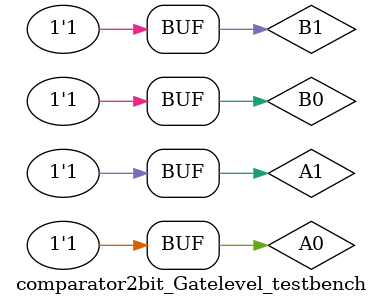
<source format=v>
`timescale 1ns / 1ps


module comparator2bit_Gatelevel_testbench;
    reg A0,A1,B0,B1; wire AgtB,AeqB,AltB;
    comparator2bit_Gateleve_design 
    uut(A0,A1,B0,B1,AgtB,AeqB,AltB);
      initial begin
         A1=0; A0=0; B1=0; B0=0; #10; //0
         A1=0; A0=0; B1=0; B0=1; #10; //1
         A1=0; A0=0; B1=1; B0=0; #10; //2
         A1=0; A0=0; B1=1; B0=1; #10; //3
         A1=0; A0=1; B1=0; B0=0; #10; //4
         A1=0; A0=1; B1=0; B0=1; #10; //5
         A1=0; A0=1; B1=1; B0=0; #10; //6
         A1=0; A0=1; B1=1; B0=1; #10; //7
         A1=1; A0=0; B1=0; B0=0; #10; //8
         A1=1; A0=0; B1=0; B0=1; #10; //9
         A1=1; A0=0; B1=1; B0=0; #10; //10
         A1=1; A0=0; B1=1; B0=1; #10; //11
         A1=1; A0=1; B1=0; B0=0; #10; //12
         A1=1; A0=1; B1=0; B0=1; #10; //13
         A1=1; A0=1; B1=1; B0=0; #10; //14
         A1=1; A0=1; B1=1; B0=1; #10; //15
      end
endmodule
</source>
